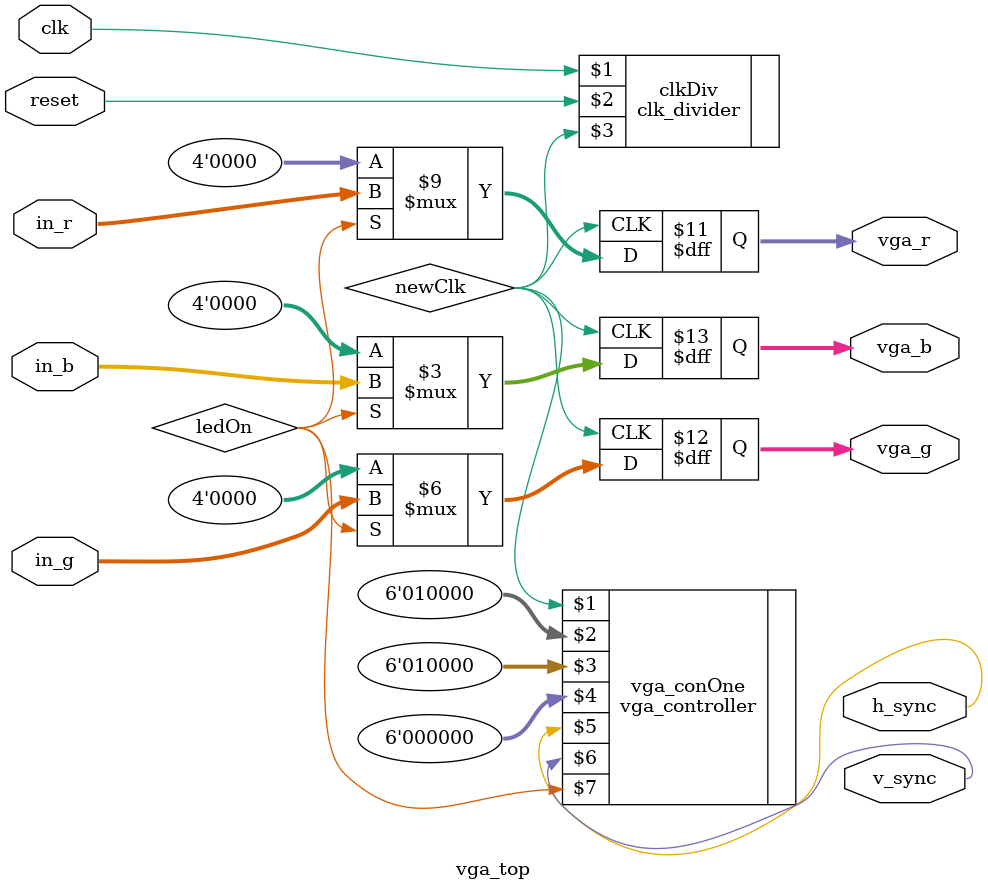
<source format=v>
`timescale 1ns / 1ps


//module vga_top(clk, rst, en, del, switch_input, vga_r, vga_g, vga_b, h_sync, v_sync);
module vga_top(clk, reset, in_r, in_g, in_b, vga_r, vga_g, vga_b, h_sync, v_sync);

    input clk, reset;
    input [3:0] in_r, in_g, in_b;
    
    output reg [3:0] vga_r, vga_g, vga_b;
    output h_sync, v_sync;
    wire newClk, ledOn;
    
    clk_divider clkDiv (clk, reset, newClk);
//    input clk, rst, en, del;
//    input [5:0] switch_input;
    
//    output reg [3:0] vga_r, vga_g, vga_b;
//    output h_sync, v_sync;
//    wire newClk, ledOn;
    
//    clk_divider clkDiv (clk, rst, newClk);
    
//    letter_decoder ltrd(clk, rst, en, del, switch_input, letter1, letter2, letter3);
    
//    vga_controller vga_conOne(newClk, letter1, letter2, letter3, h_sync, v_sync, ledOn);
    vga_controller vga_conOne(newClk, 6'b010000, 6'b010000, 6'b000000, h_sync, v_sync, ledOn);
        
    always@(posedge newClk)
    begin
      if(ledOn) begin
            vga_r <= in_r;
            vga_g <= in_g;
            vga_b <= in_b;
      end
      else begin
            vga_r <= 4'b0;
            vga_g <= 4'b0;
            vga_b <= 4'b0;
      end
    end  
endmodule


</source>
